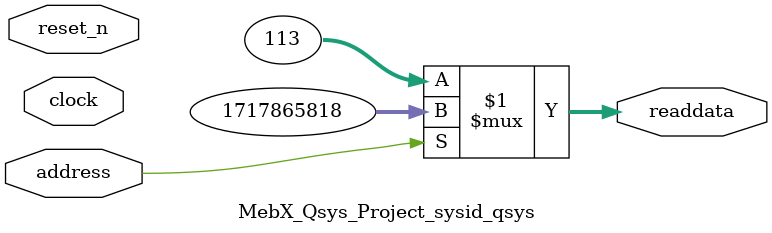
<source format=v>



// synthesis translate_off
`timescale 1ns / 1ps
// synthesis translate_on

// turn off superfluous verilog processor warnings 
// altera message_level Level1 
// altera message_off 10034 10035 10036 10037 10230 10240 10030 

module MebX_Qsys_Project_sysid_qsys (
               // inputs:
                address,
                clock,
                reset_n,

               // outputs:
                readdata
             )
;

  output  [ 31: 0] readdata;
  input            address;
  input            clock;
  input            reset_n;

  wire    [ 31: 0] readdata;
  //control_slave, which is an e_avalon_slave
  assign readdata = address ? 1717865818 : 113;

endmodule



</source>
